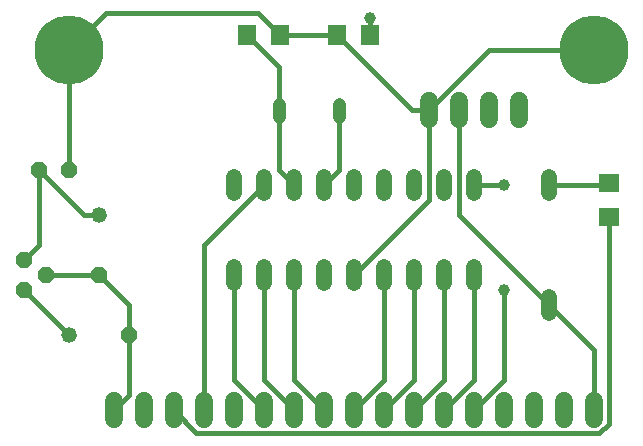
<source format=gbr>
G04 EAGLE Gerber RS-274X export*
G75*
%MOMM*%
%FSLAX34Y34*%
%LPD*%
%INTop Copper*%
%IPPOS*%
%AMOC8*
5,1,8,0,0,1.08239X$1,22.5*%
G01*
%ADD10R,1.600000X1.800000*%
%ADD11P,1.429621X8X22.500000*%
%ADD12P,1.429621X8X292.500000*%
%ADD13C,1.320800*%
%ADD14C,1.320800*%
%ADD15C,1.524000*%
%ADD16C,1.117600*%
%ADD17R,1.803000X1.600000*%
%ADD18C,5.842000*%
%ADD19C,0.400000*%
%ADD20C,1.006400*%


D10*
X255300Y355600D03*
X227300Y355600D03*
X303500Y355600D03*
X331500Y355600D03*
D11*
X50800Y241300D03*
X76200Y241300D03*
D12*
X101600Y152400D03*
D13*
X101600Y203200D03*
D11*
X127000Y101600D03*
D13*
X76200Y101600D03*
D14*
X482600Y120396D02*
X482600Y133604D01*
X482600Y221996D02*
X482600Y235204D01*
X215900Y159004D02*
X215900Y145796D01*
X241300Y145796D02*
X241300Y159004D01*
X266700Y159004D02*
X266700Y145796D01*
X292100Y145796D02*
X292100Y159004D01*
X317500Y159004D02*
X317500Y145796D01*
X342900Y145796D02*
X342900Y159004D01*
X368300Y159004D02*
X368300Y145796D01*
X393700Y145796D02*
X393700Y159004D01*
X419100Y159004D02*
X419100Y145796D01*
X419100Y221996D02*
X419100Y235204D01*
X393700Y235204D02*
X393700Y221996D01*
X368300Y221996D02*
X368300Y235204D01*
X342900Y235204D02*
X342900Y221996D01*
X317500Y221996D02*
X317500Y235204D01*
X292100Y235204D02*
X292100Y221996D01*
X266700Y221996D02*
X266700Y235204D01*
X241300Y235204D02*
X241300Y221996D01*
X215900Y221996D02*
X215900Y235204D01*
D12*
X38100Y165100D03*
X57150Y152400D03*
X38100Y139700D03*
D15*
X457200Y284480D02*
X457200Y299720D01*
X431800Y299720D02*
X431800Y284480D01*
X406400Y284480D02*
X406400Y299720D01*
X381000Y299720D02*
X381000Y284480D01*
X520700Y45720D02*
X520700Y30480D01*
X495300Y30480D02*
X495300Y45720D01*
X469900Y45720D02*
X469900Y30480D01*
X444500Y30480D02*
X444500Y45720D01*
X419100Y45720D02*
X419100Y30480D01*
X393700Y30480D02*
X393700Y45720D01*
X368300Y45720D02*
X368300Y30480D01*
X342900Y30480D02*
X342900Y45720D01*
X317500Y45720D02*
X317500Y30480D01*
X292100Y30480D02*
X292100Y45720D01*
X266700Y45720D02*
X266700Y30480D01*
X241300Y30480D02*
X241300Y45720D01*
X215900Y45720D02*
X215900Y30480D01*
X190500Y30480D02*
X190500Y45720D01*
X165100Y45720D02*
X165100Y30480D01*
X139700Y30480D02*
X139700Y45720D01*
X114300Y45720D02*
X114300Y30480D01*
D16*
X304800Y286512D02*
X304800Y297688D01*
X254000Y297688D02*
X254000Y286512D01*
D17*
X533400Y201680D03*
X533400Y230120D03*
D18*
X76200Y342900D03*
X520700Y342900D03*
D19*
X431800Y342900D01*
X381000Y292100D01*
X367000Y292100D02*
X303500Y355600D01*
X367000Y292100D02*
X381000Y292100D01*
X127000Y127000D02*
X127000Y101600D01*
X127000Y127000D02*
X101600Y152400D01*
X127000Y50800D02*
X114300Y38100D01*
X127000Y50800D02*
X127000Y101600D01*
X76200Y241300D02*
X76200Y342900D01*
X255300Y355600D02*
X303500Y355600D01*
X101600Y152400D02*
X57150Y152400D01*
X255300Y355600D02*
X236300Y374600D01*
X107900Y374600D01*
X76200Y342900D01*
X317500Y152400D02*
X381000Y215900D01*
X381000Y292100D01*
X101600Y203200D02*
X88900Y203200D01*
X50800Y241300D01*
X50800Y177800D02*
X38100Y165100D01*
X50800Y177800D02*
X50800Y241300D01*
X38100Y139700D02*
X76200Y101600D01*
X254000Y241300D02*
X266700Y228600D01*
X254000Y241300D02*
X254000Y292100D01*
X254000Y328900D02*
X227300Y355600D01*
X254000Y328900D02*
X254000Y292100D01*
X304800Y241300D02*
X292100Y228600D01*
X304800Y241300D02*
X304800Y292100D01*
X331500Y355600D02*
X331500Y370382D01*
D20*
X331500Y370382D03*
D19*
X406400Y292100D02*
X406400Y203200D01*
X482600Y127000D01*
X520700Y88900D01*
X520700Y38100D01*
X342900Y63500D02*
X317500Y38100D01*
X342900Y63500D02*
X342900Y152400D01*
X368300Y63500D02*
X342900Y38100D01*
X368300Y63500D02*
X368300Y152400D01*
X393700Y63500D02*
X368300Y38100D01*
X393700Y63500D02*
X393700Y152400D01*
X419100Y63500D02*
X393700Y38100D01*
X419100Y63500D02*
X419100Y152400D01*
X419100Y228600D02*
X444500Y228600D01*
X444500Y63500D02*
X419100Y38100D01*
X444500Y63500D02*
X444500Y139700D01*
D20*
X444500Y228600D03*
X444500Y139700D03*
D19*
X292100Y38100D02*
X266700Y63500D01*
X266700Y152400D01*
X241300Y63500D02*
X266700Y38100D01*
X241300Y63500D02*
X241300Y152400D01*
X215900Y63500D02*
X241300Y38100D01*
X215900Y63500D02*
X215900Y152400D01*
X190500Y177800D02*
X190500Y38100D01*
X190500Y177800D02*
X241300Y228600D01*
X531880Y228600D02*
X533400Y230120D01*
X531880Y228600D02*
X482600Y228600D01*
X533400Y201680D02*
X533400Y26747D01*
X525513Y18860D01*
X184340Y18860D01*
X165100Y38100D01*
M02*

</source>
